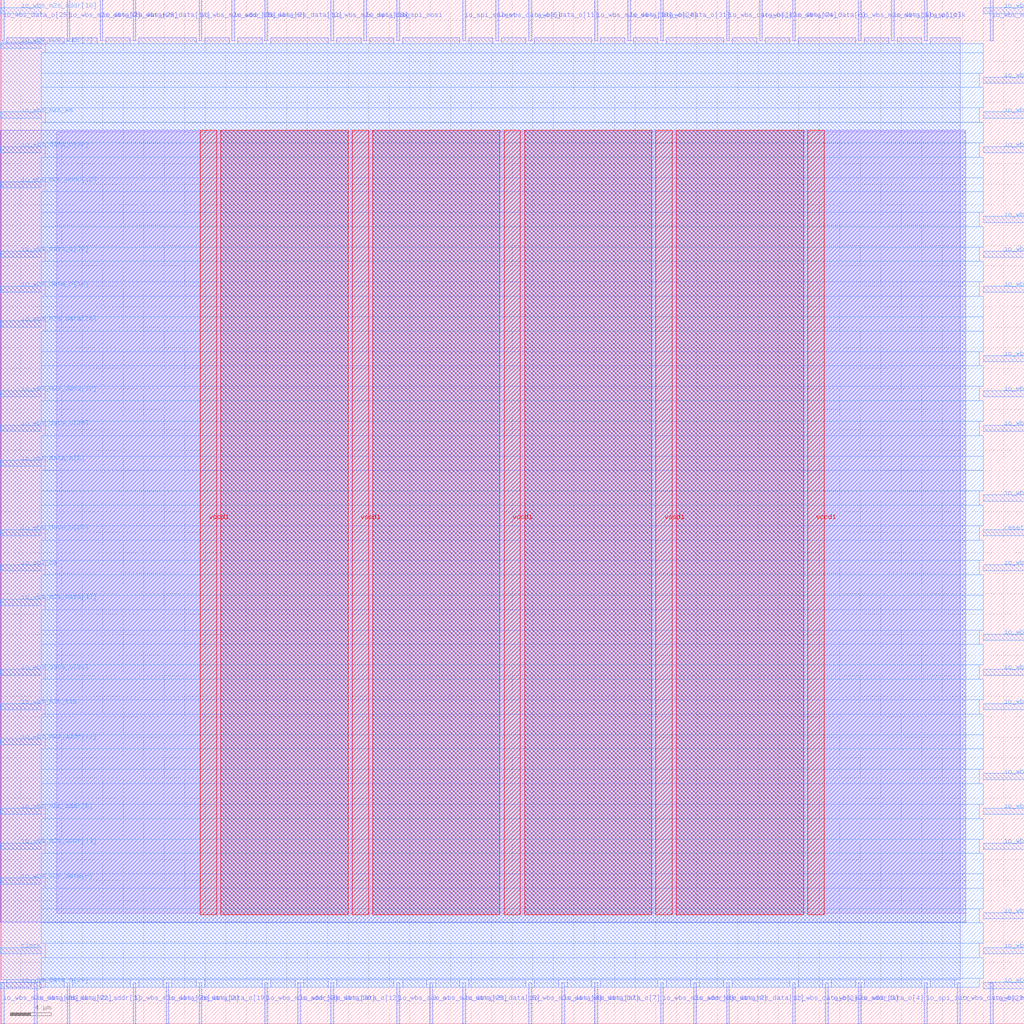
<source format=lef>
VERSION 5.7 ;
  NOWIREEXTENSIONATPIN ON ;
  DIVIDERCHAR "/" ;
  BUSBITCHARS "[]" ;
MACRO SPI
  CLASS BLOCK ;
  FOREIGN SPI ;
  ORIGIN 0.000 0.000 ;
  SIZE 100.000 BY 100.000 ;
  PIN clock
    DIRECTION INPUT ;
    USE SIGNAL ;
    PORT
      LAYER met3 ;
        RECT 0.000 6.840 4.000 7.440 ;
    END
  END clock
  PIN io_spi_clk
    DIRECTION OUTPUT TRISTATE ;
    USE SIGNAL ;
    PORT
      LAYER met2 ;
        RECT 90.250 96.000 90.530 100.000 ;
    END
  END io_spi_clk
  PIN io_spi_cs
    DIRECTION OUTPUT TRISTATE ;
    USE SIGNAL ;
    PORT
      LAYER met3 ;
        RECT 0.000 44.240 4.000 44.840 ;
    END
  END io_spi_cs
  PIN io_spi_intr
    DIRECTION OUTPUT TRISTATE ;
    USE SIGNAL ;
    PORT
      LAYER met2 ;
        RECT 90.250 0.000 90.530 4.000 ;
    END
  END io_spi_intr
  PIN io_spi_miso
    DIRECTION INPUT ;
    USE SIGNAL ;
    PORT
      LAYER met2 ;
        RECT 35.510 96.000 35.790 100.000 ;
    END
  END io_spi_miso
  PIN io_spi_mosi
    DIRECTION OUTPUT TRISTATE ;
    USE SIGNAL ;
    PORT
      LAYER met2 ;
        RECT 38.730 96.000 39.010 100.000 ;
    END
  END io_spi_mosi
  PIN io_spi_select
    DIRECTION INPUT ;
    USE SIGNAL ;
    PORT
      LAYER met2 ;
        RECT 45.170 96.000 45.450 100.000 ;
    END
  END io_spi_select
  PIN io_wbs_ack_o
    DIRECTION OUTPUT TRISTATE ;
    USE SIGNAL ;
    PORT
      LAYER met2 ;
        RECT 38.730 0.000 39.010 4.000 ;
    END
  END io_wbs_ack_o
  PIN io_wbs_data_o[0]
    DIRECTION OUTPUT TRISTATE ;
    USE SIGNAL ;
    PORT
      LAYER met3 ;
        RECT 96.000 20.440 100.000 21.040 ;
    END
  END io_wbs_data_o[0]
  PIN io_wbs_data_o[10]
    DIRECTION OUTPUT TRISTATE ;
    USE SIGNAL ;
    PORT
      LAYER met2 ;
        RECT 87.030 96.000 87.310 100.000 ;
    END
  END io_wbs_data_o[10]
  PIN io_wbs_data_o[11]
    DIRECTION OUTPUT TRISTATE ;
    USE SIGNAL ;
    PORT
      LAYER met2 ;
        RECT 51.610 96.000 51.890 100.000 ;
    END
  END io_wbs_data_o[11]
  PIN io_wbs_data_o[12]
    DIRECTION OUTPUT TRISTATE ;
    USE SIGNAL ;
    PORT
      LAYER met2 ;
        RECT 32.290 0.000 32.570 4.000 ;
    END
  END io_wbs_data_o[12]
  PIN io_wbs_data_o[13]
    DIRECTION OUTPUT TRISTATE ;
    USE SIGNAL ;
    PORT
      LAYER met3 ;
        RECT 96.000 30.640 100.000 31.240 ;
    END
  END io_wbs_data_o[13]
  PIN io_wbs_data_o[14]
    DIRECTION OUTPUT TRISTATE ;
    USE SIGNAL ;
    PORT
      LAYER met3 ;
        RECT 96.000 44.240 100.000 44.840 ;
    END
  END io_wbs_data_o[14]
  PIN io_wbs_data_o[15]
    DIRECTION OUTPUT TRISTATE ;
    USE SIGNAL ;
    PORT
      LAYER met3 ;
        RECT 96.000 88.440 100.000 89.040 ;
    END
  END io_wbs_data_o[15]
  PIN io_wbs_data_o[16]
    DIRECTION OUTPUT TRISTATE ;
    USE SIGNAL ;
    PORT
      LAYER met3 ;
        RECT 96.000 78.240 100.000 78.840 ;
    END
  END io_wbs_data_o[16]
  PIN io_wbs_data_o[17]
    DIRECTION OUTPUT TRISTATE ;
    USE SIGNAL ;
    PORT
      LAYER met3 ;
        RECT 96.000 10.240 100.000 10.840 ;
    END
  END io_wbs_data_o[17]
  PIN io_wbs_data_o[18]
    DIRECTION OUTPUT TRISTATE ;
    USE SIGNAL ;
    PORT
      LAYER met3 ;
        RECT 0.000 71.440 4.000 72.040 ;
    END
  END io_wbs_data_o[18]
  PIN io_wbs_data_o[19]
    DIRECTION OUTPUT TRISTATE ;
    USE SIGNAL ;
    PORT
      LAYER met2 ;
        RECT 19.410 0.000 19.690 4.000 ;
    END
  END io_wbs_data_o[19]
  PIN io_wbs_data_o[1]
    DIRECTION OUTPUT TRISTATE ;
    USE SIGNAL ;
    PORT
      LAYER met3 ;
        RECT 96.000 64.640 100.000 65.240 ;
    END
  END io_wbs_data_o[1]
  PIN io_wbs_data_o[20]
    DIRECTION OUTPUT TRISTATE ;
    USE SIGNAL ;
    PORT
      LAYER met3 ;
        RECT 0.000 74.840 4.000 75.440 ;
    END
  END io_wbs_data_o[20]
  PIN io_wbs_data_o[21]
    DIRECTION OUTPUT TRISTATE ;
    USE SIGNAL ;
    PORT
      LAYER met3 ;
        RECT 0.000 34.040 4.000 34.640 ;
    END
  END io_wbs_data_o[21]
  PIN io_wbs_data_o[22]
    DIRECTION OUTPUT TRISTATE ;
    USE SIGNAL ;
    PORT
      LAYER met3 ;
        RECT 96.000 71.440 100.000 72.040 ;
    END
  END io_wbs_data_o[22]
  PIN io_wbs_data_o[23]
    DIRECTION OUTPUT TRISTATE ;
    USE SIGNAL ;
    PORT
      LAYER met2 ;
        RECT 93.470 0.000 93.750 4.000 ;
    END
  END io_wbs_data_o[23]
  PIN io_wbs_data_o[24]
    DIRECTION OUTPUT TRISTATE ;
    USE SIGNAL ;
    PORT
      LAYER met2 ;
        RECT 61.270 96.000 61.550 100.000 ;
    END
  END io_wbs_data_o[24]
  PIN io_wbs_data_o[25]
    DIRECTION OUTPUT TRISTATE ;
    USE SIGNAL ;
    PORT
      LAYER met2 ;
        RECT 0.090 96.000 0.370 100.000 ;
    END
  END io_wbs_data_o[25]
  PIN io_wbs_data_o[26]
    DIRECTION OUTPUT TRISTATE ;
    USE SIGNAL ;
    PORT
      LAYER met3 ;
        RECT 96.000 74.840 100.000 75.440 ;
    END
  END io_wbs_data_o[26]
  PIN io_wbs_data_o[27]
    DIRECTION OUTPUT TRISTATE ;
    USE SIGNAL ;
    PORT
      LAYER met3 ;
        RECT 0.000 47.640 4.000 48.240 ;
    END
  END io_wbs_data_o[27]
  PIN io_wbs_data_o[28]
    DIRECTION OUTPUT TRISTATE ;
    USE SIGNAL ;
    PORT
      LAYER met3 ;
        RECT 0.000 57.840 4.000 58.440 ;
    END
  END io_wbs_data_o[28]
  PIN io_wbs_data_o[29]
    DIRECTION OUTPUT TRISTATE ;
    USE SIGNAL ;
    PORT
      LAYER met3 ;
        RECT 0.000 3.440 4.000 4.040 ;
    END
  END io_wbs_data_o[29]
  PIN io_wbs_data_o[2]
    DIRECTION OUTPUT TRISTATE ;
    USE SIGNAL ;
    PORT
      LAYER met2 ;
        RECT 77.370 0.000 77.650 4.000 ;
    END
  END io_wbs_data_o[2]
  PIN io_wbs_data_o[30]
    DIRECTION OUTPUT TRISTATE ;
    USE SIGNAL ;
    PORT
      LAYER met3 ;
        RECT 0.000 85.040 4.000 85.640 ;
    END
  END io_wbs_data_o[30]
  PIN io_wbs_data_o[31]
    DIRECTION OUTPUT TRISTATE ;
    USE SIGNAL ;
    PORT
      LAYER met2 ;
        RECT 64.490 96.000 64.770 100.000 ;
    END
  END io_wbs_data_o[31]
  PIN io_wbs_data_o[3]
    DIRECTION OUTPUT TRISTATE ;
    USE SIGNAL ;
    PORT
      LAYER met2 ;
        RECT 70.930 96.000 71.210 100.000 ;
    END
  END io_wbs_data_o[3]
  PIN io_wbs_data_o[4]
    DIRECTION OUTPUT TRISTATE ;
    USE SIGNAL ;
    PORT
      LAYER met2 ;
        RECT 83.810 0.000 84.090 4.000 ;
    END
  END io_wbs_data_o[4]
  PIN io_wbs_data_o[5]
    DIRECTION OUTPUT TRISTATE ;
    USE SIGNAL ;
    PORT
      LAYER met2 ;
        RECT 48.390 96.000 48.670 100.000 ;
    END
  END io_wbs_data_o[5]
  PIN io_wbs_data_o[6]
    DIRECTION OUTPUT TRISTATE ;
    USE SIGNAL ;
    PORT
      LAYER met3 ;
        RECT 96.000 85.040 100.000 85.640 ;
    END
  END io_wbs_data_o[6]
  PIN io_wbs_data_o[7]
    DIRECTION OUTPUT TRISTATE ;
    USE SIGNAL ;
    PORT
      LAYER met2 ;
        RECT 58.050 0.000 58.330 4.000 ;
    END
  END io_wbs_data_o[7]
  PIN io_wbs_data_o[8]
    DIRECTION OUTPUT TRISTATE ;
    USE SIGNAL ;
    PORT
      LAYER met3 ;
        RECT 0.000 54.440 4.000 55.040 ;
    END
  END io_wbs_data_o[8]
  PIN io_wbs_data_o[9]
    DIRECTION OUTPUT TRISTATE ;
    USE SIGNAL ;
    PORT
      LAYER met3 ;
        RECT 96.000 3.440 100.000 4.040 ;
    END
  END io_wbs_data_o[9]
  PIN io_wbs_m2s_addr[0]
    DIRECTION INPUT ;
    USE SIGNAL ;
    PORT
      LAYER met3 ;
        RECT 96.000 37.440 100.000 38.040 ;
    END
  END io_wbs_m2s_addr[0]
  PIN io_wbs_m2s_addr[10]
    DIRECTION INPUT ;
    USE SIGNAL ;
    PORT
      LAYER met3 ;
        RECT 0.000 98.640 4.000 99.240 ;
    END
  END io_wbs_m2s_addr[10]
  PIN io_wbs_m2s_addr[11]
    DIRECTION INPUT ;
    USE SIGNAL ;
    PORT
      LAYER met3 ;
        RECT 0.000 27.240 4.000 27.840 ;
    END
  END io_wbs_m2s_addr[11]
  PIN io_wbs_m2s_addr[12]
    DIRECTION INPUT ;
    USE SIGNAL ;
    PORT
      LAYER met3 ;
        RECT 0.000 81.640 4.000 82.240 ;
    END
  END io_wbs_m2s_addr[12]
  PIN io_wbs_m2s_addr[13]
    DIRECTION INPUT ;
    USE SIGNAL ;
    PORT
      LAYER met3 ;
        RECT 0.000 17.040 4.000 17.640 ;
    END
  END io_wbs_m2s_addr[13]
  PIN io_wbs_m2s_addr[14]
    DIRECTION INPUT ;
    USE SIGNAL ;
    PORT
      LAYER met3 ;
        RECT 96.000 91.840 100.000 92.440 ;
    END
  END io_wbs_m2s_addr[14]
  PIN io_wbs_m2s_addr[15]
    DIRECTION INPUT ;
    USE SIGNAL ;
    PORT
      LAYER met2 ;
        RECT 19.410 96.000 19.690 100.000 ;
    END
  END io_wbs_m2s_addr[15]
  PIN io_wbs_m2s_addr[1]
    DIRECTION INPUT ;
    USE SIGNAL ;
    PORT
      LAYER met2 ;
        RECT 6.530 0.000 6.810 4.000 ;
    END
  END io_wbs_m2s_addr[1]
  PIN io_wbs_m2s_addr[2]
    DIRECTION INPUT ;
    USE SIGNAL ;
    PORT
      LAYER met2 ;
        RECT 25.850 0.000 26.130 4.000 ;
    END
  END io_wbs_m2s_addr[2]
  PIN io_wbs_m2s_addr[3]
    DIRECTION INPUT ;
    USE SIGNAL ;
    PORT
      LAYER met2 ;
        RECT 80.590 0.000 80.870 4.000 ;
    END
  END io_wbs_m2s_addr[3]
  PIN io_wbs_m2s_addr[4]
    DIRECTION INPUT ;
    USE SIGNAL ;
    PORT
      LAYER met3 ;
        RECT 96.000 34.040 100.000 34.640 ;
    END
  END io_wbs_m2s_addr[4]
  PIN io_wbs_m2s_addr[5]
    DIRECTION INPUT ;
    USE SIGNAL ;
    PORT
      LAYER met3 ;
        RECT 96.000 17.040 100.000 17.640 ;
    END
  END io_wbs_m2s_addr[5]
  PIN io_wbs_m2s_addr[6]
    DIRECTION INPUT ;
    USE SIGNAL ;
    PORT
      LAYER met2 ;
        RECT 64.490 0.000 64.770 4.000 ;
    END
  END io_wbs_m2s_addr[6]
  PIN io_wbs_m2s_addr[7]
    DIRECTION INPUT ;
    USE SIGNAL ;
    PORT
      LAYER met3 ;
        RECT 0.000 95.240 4.000 95.840 ;
    END
  END io_wbs_m2s_addr[7]
  PIN io_wbs_m2s_addr[8]
    DIRECTION INPUT ;
    USE SIGNAL ;
    PORT
      LAYER met2 ;
        RECT 96.690 0.000 96.970 4.000 ;
    END
  END io_wbs_m2s_addr[8]
  PIN io_wbs_m2s_addr[9]
    DIRECTION INPUT ;
    USE SIGNAL ;
    PORT
      LAYER met3 ;
        RECT 0.000 20.440 4.000 21.040 ;
    END
  END io_wbs_m2s_addr[9]
  PIN io_wbs_m2s_data[0]
    DIRECTION INPUT ;
    USE SIGNAL ;
    PORT
      LAYER met3 ;
        RECT 96.000 23.840 100.000 24.440 ;
    END
  END io_wbs_m2s_data[0]
  PIN io_wbs_m2s_data[10]
    DIRECTION INPUT ;
    USE SIGNAL ;
    PORT
      LAYER met3 ;
        RECT 0.000 61.240 4.000 61.840 ;
    END
  END io_wbs_m2s_data[10]
  PIN io_wbs_m2s_data[11]
    DIRECTION INPUT ;
    USE SIGNAL ;
    PORT
      LAYER met2 ;
        RECT 70.930 0.000 71.210 4.000 ;
    END
  END io_wbs_m2s_data[11]
  PIN io_wbs_m2s_data[12]
    DIRECTION INPUT ;
    USE SIGNAL ;
    PORT
      LAYER met3 ;
        RECT 96.000 61.240 100.000 61.840 ;
    END
  END io_wbs_m2s_data[12]
  PIN io_wbs_m2s_data[13]
    DIRECTION INPUT ;
    USE SIGNAL ;
    PORT
      LAYER met2 ;
        RECT 25.850 96.000 26.130 100.000 ;
    END
  END io_wbs_m2s_data[13]
  PIN io_wbs_m2s_data[14]
    DIRECTION INPUT ;
    USE SIGNAL ;
    PORT
      LAYER met2 ;
        RECT 12.970 96.000 13.250 100.000 ;
    END
  END io_wbs_m2s_data[14]
  PIN io_wbs_m2s_data[15]
    DIRECTION INPUT ;
    USE SIGNAL ;
    PORT
      LAYER met2 ;
        RECT 45.170 0.000 45.450 4.000 ;
    END
  END io_wbs_m2s_data[15]
  PIN io_wbs_m2s_data[16]
    DIRECTION INPUT ;
    USE SIGNAL ;
    PORT
      LAYER met2 ;
        RECT 0.090 0.000 0.370 4.000 ;
    END
  END io_wbs_m2s_data[16]
  PIN io_wbs_m2s_data[17]
    DIRECTION INPUT ;
    USE SIGNAL ;
    PORT
      LAYER met2 ;
        RECT 54.830 0.000 55.110 4.000 ;
    END
  END io_wbs_m2s_data[17]
  PIN io_wbs_m2s_data[18]
    DIRECTION INPUT ;
    USE SIGNAL ;
    PORT
      LAYER met2 ;
        RECT 32.290 96.000 32.570 100.000 ;
    END
  END io_wbs_m2s_data[18]
  PIN io_wbs_m2s_data[19]
    DIRECTION INPUT ;
    USE SIGNAL ;
    PORT
      LAYER met2 ;
        RECT 58.050 96.000 58.330 100.000 ;
    END
  END io_wbs_m2s_data[19]
  PIN io_wbs_m2s_data[1]
    DIRECTION INPUT ;
    USE SIGNAL ;
    PORT
      LAYER met2 ;
        RECT 83.810 96.000 84.090 100.000 ;
    END
  END io_wbs_m2s_data[1]
  PIN io_wbs_m2s_data[20]
    DIRECTION INPUT ;
    USE SIGNAL ;
    PORT
      LAYER met3 ;
        RECT 0.000 68.040 4.000 68.640 ;
    END
  END io_wbs_m2s_data[20]
  PIN io_wbs_m2s_data[21]
    DIRECTION INPUT ;
    USE SIGNAL ;
    PORT
      LAYER met2 ;
        RECT 12.970 0.000 13.250 4.000 ;
    END
  END io_wbs_m2s_data[21]
  PIN io_wbs_m2s_data[22]
    DIRECTION INPUT ;
    USE SIGNAL ;
    PORT
      LAYER met2 ;
        RECT 3.310 0.000 3.590 4.000 ;
    END
  END io_wbs_m2s_data[22]
  PIN io_wbs_m2s_data[23]
    DIRECTION INPUT ;
    USE SIGNAL ;
    PORT
      LAYER met2 ;
        RECT 96.690 96.000 96.970 100.000 ;
    END
  END io_wbs_m2s_data[23]
  PIN io_wbs_m2s_data[24]
    DIRECTION INPUT ;
    USE SIGNAL ;
    PORT
      LAYER met2 ;
        RECT 74.150 96.000 74.430 100.000 ;
    END
  END io_wbs_m2s_data[24]
  PIN io_wbs_m2s_data[25]
    DIRECTION INPUT ;
    USE SIGNAL ;
    PORT
      LAYER met2 ;
        RECT 41.950 0.000 42.230 4.000 ;
    END
  END io_wbs_m2s_data[25]
  PIN io_wbs_m2s_data[26]
    DIRECTION INPUT ;
    USE SIGNAL ;
    PORT
      LAYER met3 ;
        RECT 96.000 98.640 100.000 99.240 ;
    END
  END io_wbs_m2s_data[26]
  PIN io_wbs_m2s_data[27]
    DIRECTION INPUT ;
    USE SIGNAL ;
    PORT
      LAYER met3 ;
        RECT 96.000 6.840 100.000 7.440 ;
    END
  END io_wbs_m2s_data[27]
  PIN io_wbs_m2s_data[28]
    DIRECTION INPUT ;
    USE SIGNAL ;
    PORT
      LAYER met2 ;
        RECT 9.750 96.000 10.030 100.000 ;
    END
  END io_wbs_m2s_data[28]
  PIN io_wbs_m2s_data[29]
    DIRECTION INPUT ;
    USE SIGNAL ;
    PORT
      LAYER met3 ;
        RECT 96.000 51.040 100.000 51.640 ;
    END
  END io_wbs_m2s_data[29]
  PIN io_wbs_m2s_data[2]
    DIRECTION INPUT ;
    USE SIGNAL ;
    PORT
      LAYER met2 ;
        RECT 16.190 0.000 16.470 4.000 ;
    END
  END io_wbs_m2s_data[2]
  PIN io_wbs_m2s_data[30]
    DIRECTION INPUT ;
    USE SIGNAL ;
    PORT
      LAYER met2 ;
        RECT 29.070 0.000 29.350 4.000 ;
    END
  END io_wbs_m2s_data[30]
  PIN io_wbs_m2s_data[31]
    DIRECTION INPUT ;
    USE SIGNAL ;
    PORT
      LAYER met3 ;
        RECT 0.000 40.840 4.000 41.440 ;
    END
  END io_wbs_m2s_data[31]
  PIN io_wbs_m2s_data[3]
    DIRECTION INPUT ;
    USE SIGNAL ;
    PORT
      LAYER met3 ;
        RECT 96.000 57.840 100.000 58.440 ;
    END
  END io_wbs_m2s_data[3]
  PIN io_wbs_m2s_data[4]
    DIRECTION INPUT ;
    USE SIGNAL ;
    PORT
      LAYER met2 ;
        RECT 51.610 0.000 51.890 4.000 ;
    END
  END io_wbs_m2s_data[4]
  PIN io_wbs_m2s_data[5]
    DIRECTION INPUT ;
    USE SIGNAL ;
    PORT
      LAYER met3 ;
        RECT 0.000 13.640 4.000 14.240 ;
    END
  END io_wbs_m2s_data[5]
  PIN io_wbs_m2s_data[6]
    DIRECTION INPUT ;
    USE SIGNAL ;
    PORT
      LAYER met2 ;
        RECT 77.370 96.000 77.650 100.000 ;
    END
  END io_wbs_m2s_data[6]
  PIN io_wbs_m2s_data[7]
    DIRECTION INPUT ;
    USE SIGNAL ;
    PORT
      LAYER met2 ;
        RECT 6.530 96.000 6.810 100.000 ;
    END
  END io_wbs_m2s_data[7]
  PIN io_wbs_m2s_data[8]
    DIRECTION INPUT ;
    USE SIGNAL ;
    PORT
      LAYER met2 ;
        RECT 22.630 96.000 22.910 100.000 ;
    END
  END io_wbs_m2s_data[8]
  PIN io_wbs_m2s_data[9]
    DIRECTION INPUT ;
    USE SIGNAL ;
    PORT
      LAYER met2 ;
        RECT 67.710 0.000 67.990 4.000 ;
    END
  END io_wbs_m2s_data[9]
  PIN io_wbs_m2s_stb
    DIRECTION INPUT ;
    USE SIGNAL ;
    PORT
      LAYER met3 ;
        RECT 0.000 30.640 4.000 31.240 ;
    END
  END io_wbs_m2s_stb
  PIN io_wbs_m2s_we
    DIRECTION INPUT ;
    USE SIGNAL ;
    PORT
      LAYER met3 ;
        RECT 0.000 88.440 4.000 89.040 ;
    END
  END io_wbs_m2s_we
  PIN reset
    DIRECTION INPUT ;
    USE SIGNAL ;
    PORT
      LAYER met3 ;
        RECT 96.000 47.640 100.000 48.240 ;
    END
  END reset
  PIN vccd1
    DIRECTION INPUT ;
    USE POWER ;
    PORT
      LAYER met4 ;
        RECT 19.550 10.640 21.150 87.280 ;
    END
    PORT
      LAYER met4 ;
        RECT 49.200 10.640 50.800 87.280 ;
    END
    PORT
      LAYER met4 ;
        RECT 78.855 10.640 80.455 87.280 ;
    END
  END vccd1
  PIN vssd1
    DIRECTION INPUT ;
    USE GROUND ;
    PORT
      LAYER met4 ;
        RECT 34.370 10.640 35.970 87.280 ;
    END
    PORT
      LAYER met4 ;
        RECT 64.025 10.640 65.625 87.280 ;
    END
  END vssd1
  OBS
      LAYER li1 ;
        RECT 5.520 10.795 94.300 87.125 ;
      LAYER met1 ;
        RECT 0.070 9.900 94.300 87.280 ;
      LAYER met2 ;
        RECT 0.650 95.720 6.250 96.290 ;
        RECT 7.090 95.720 9.470 96.290 ;
        RECT 10.310 95.720 12.690 96.290 ;
        RECT 13.530 95.720 19.130 96.290 ;
        RECT 19.970 95.720 22.350 96.290 ;
        RECT 23.190 95.720 25.570 96.290 ;
        RECT 26.410 95.720 32.010 96.290 ;
        RECT 32.850 95.720 35.230 96.290 ;
        RECT 36.070 95.720 38.450 96.290 ;
        RECT 39.290 95.720 44.890 96.290 ;
        RECT 45.730 95.720 48.110 96.290 ;
        RECT 48.950 95.720 51.330 96.290 ;
        RECT 52.170 95.720 57.770 96.290 ;
        RECT 58.610 95.720 60.990 96.290 ;
        RECT 61.830 95.720 64.210 96.290 ;
        RECT 65.050 95.720 70.650 96.290 ;
        RECT 71.490 95.720 73.870 96.290 ;
        RECT 74.710 95.720 77.090 96.290 ;
        RECT 77.930 95.720 83.530 96.290 ;
        RECT 84.370 95.720 86.750 96.290 ;
        RECT 87.590 95.720 89.970 96.290 ;
        RECT 90.810 95.720 93.740 96.290 ;
        RECT 0.100 4.280 93.740 95.720 ;
        RECT 0.650 3.555 3.030 4.280 ;
        RECT 3.870 3.555 6.250 4.280 ;
        RECT 7.090 3.555 12.690 4.280 ;
        RECT 13.530 3.555 15.910 4.280 ;
        RECT 16.750 3.555 19.130 4.280 ;
        RECT 19.970 3.555 25.570 4.280 ;
        RECT 26.410 3.555 28.790 4.280 ;
        RECT 29.630 3.555 32.010 4.280 ;
        RECT 32.850 3.555 38.450 4.280 ;
        RECT 39.290 3.555 41.670 4.280 ;
        RECT 42.510 3.555 44.890 4.280 ;
        RECT 45.730 3.555 51.330 4.280 ;
        RECT 52.170 3.555 54.550 4.280 ;
        RECT 55.390 3.555 57.770 4.280 ;
        RECT 58.610 3.555 64.210 4.280 ;
        RECT 65.050 3.555 67.430 4.280 ;
        RECT 68.270 3.555 70.650 4.280 ;
        RECT 71.490 3.555 77.090 4.280 ;
        RECT 77.930 3.555 80.310 4.280 ;
        RECT 81.150 3.555 83.530 4.280 ;
        RECT 84.370 3.555 89.970 4.280 ;
        RECT 90.810 3.555 93.190 4.280 ;
      LAYER met3 ;
        RECT 4.400 94.840 96.000 95.705 ;
        RECT 4.000 92.840 96.000 94.840 ;
        RECT 4.000 91.440 95.600 92.840 ;
        RECT 4.000 89.440 96.000 91.440 ;
        RECT 4.400 88.040 95.600 89.440 ;
        RECT 4.000 86.040 96.000 88.040 ;
        RECT 4.400 84.640 95.600 86.040 ;
        RECT 4.000 82.640 96.000 84.640 ;
        RECT 4.400 81.240 96.000 82.640 ;
        RECT 4.000 79.240 96.000 81.240 ;
        RECT 4.000 77.840 95.600 79.240 ;
        RECT 4.000 75.840 96.000 77.840 ;
        RECT 4.400 74.440 95.600 75.840 ;
        RECT 4.000 72.440 96.000 74.440 ;
        RECT 4.400 71.040 95.600 72.440 ;
        RECT 4.000 69.040 96.000 71.040 ;
        RECT 4.400 67.640 96.000 69.040 ;
        RECT 4.000 65.640 96.000 67.640 ;
        RECT 4.000 64.240 95.600 65.640 ;
        RECT 4.000 62.240 96.000 64.240 ;
        RECT 4.400 60.840 95.600 62.240 ;
        RECT 4.000 58.840 96.000 60.840 ;
        RECT 4.400 57.440 95.600 58.840 ;
        RECT 4.000 55.440 96.000 57.440 ;
        RECT 4.400 54.040 96.000 55.440 ;
        RECT 4.000 52.040 96.000 54.040 ;
        RECT 4.000 50.640 95.600 52.040 ;
        RECT 4.000 48.640 96.000 50.640 ;
        RECT 4.400 47.240 95.600 48.640 ;
        RECT 4.000 45.240 96.000 47.240 ;
        RECT 4.400 43.840 95.600 45.240 ;
        RECT 4.000 41.840 96.000 43.840 ;
        RECT 4.400 40.440 96.000 41.840 ;
        RECT 4.000 38.440 96.000 40.440 ;
        RECT 4.000 37.040 95.600 38.440 ;
        RECT 4.000 35.040 96.000 37.040 ;
        RECT 4.400 33.640 95.600 35.040 ;
        RECT 4.000 31.640 96.000 33.640 ;
        RECT 4.400 30.240 95.600 31.640 ;
        RECT 4.000 28.240 96.000 30.240 ;
        RECT 4.400 26.840 96.000 28.240 ;
        RECT 4.000 24.840 96.000 26.840 ;
        RECT 4.000 23.440 95.600 24.840 ;
        RECT 4.000 21.440 96.000 23.440 ;
        RECT 4.400 20.040 95.600 21.440 ;
        RECT 4.000 18.040 96.000 20.040 ;
        RECT 4.400 16.640 95.600 18.040 ;
        RECT 4.000 14.640 96.000 16.640 ;
        RECT 4.400 13.240 96.000 14.640 ;
        RECT 4.000 11.240 96.000 13.240 ;
        RECT 4.000 9.840 95.600 11.240 ;
        RECT 4.000 7.840 96.000 9.840 ;
        RECT 4.400 6.440 95.600 7.840 ;
        RECT 4.000 4.440 96.000 6.440 ;
        RECT 4.400 3.575 95.600 4.440 ;
      LAYER met4 ;
        RECT 21.550 10.640 33.970 87.280 ;
        RECT 36.370 10.640 48.800 87.280 ;
        RECT 51.200 10.640 63.625 87.280 ;
        RECT 66.025 10.640 78.455 87.280 ;
  END
END SPI
END LIBRARY


</source>
